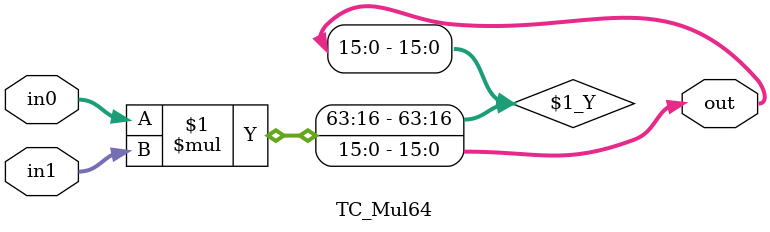
<source format=v>
module TC_Mul64 (in0, in1, out);
    input [63:0] in0;
    input [63:0] in1;
    output [15:0] out;

    assign out = in0 * in1;
endmodule


</source>
